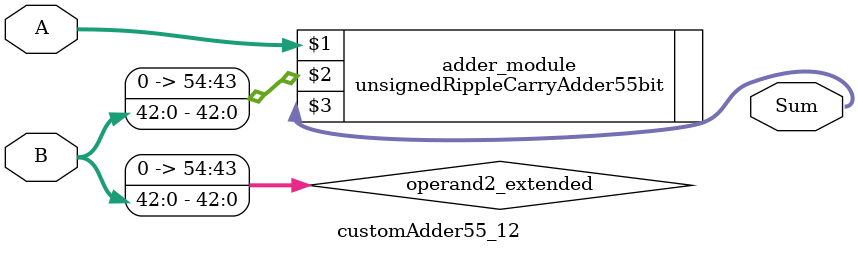
<source format=v>
module customAdder55_12(
                        input [54 : 0] A,
                        input [42 : 0] B,
                        
                        output [55 : 0] Sum
                );

        wire [54 : 0] operand2_extended;
        
        assign operand2_extended =  {12'b0, B};
        
        unsignedRippleCarryAdder55bit adder_module(
            A,
            operand2_extended,
            Sum
        );
        
        endmodule
        
</source>
